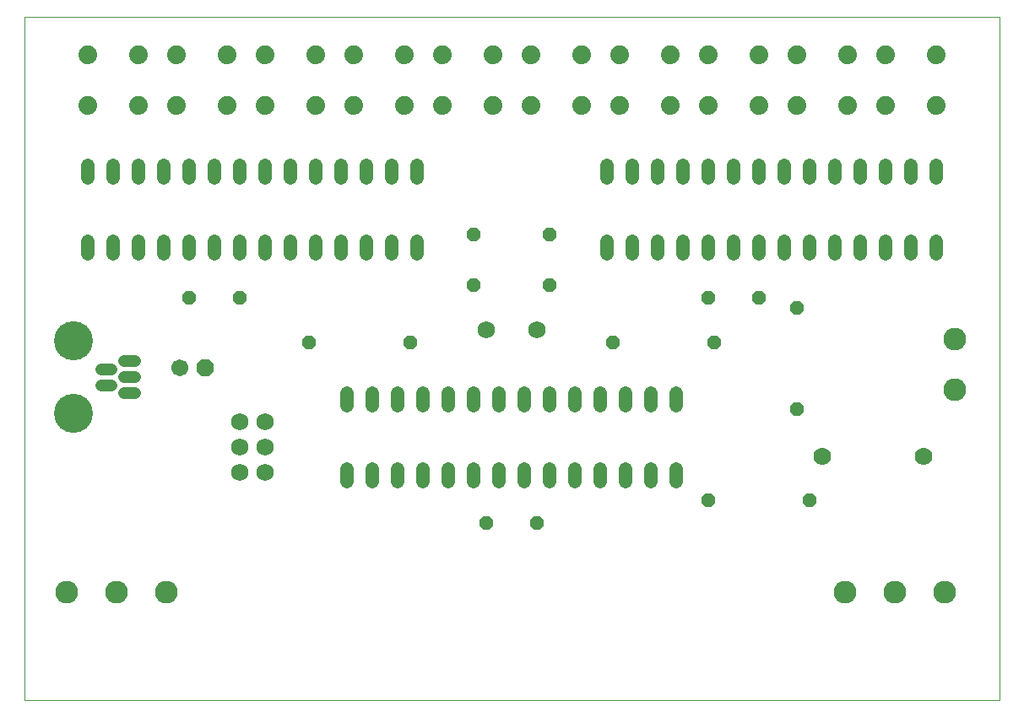
<source format=gbs>
G75*
%MOIN*%
%OFA0B0*%
%FSLAX24Y24*%
%IPPOS*%
%LPD*%
%AMOC8*
5,1,8,0,0,1.08239X$1,22.5*
%
%ADD10C,0.0000*%
%ADD11C,0.0520*%
%ADD12OC8,0.0520*%
%ADD13C,0.1540*%
%ADD14C,0.0453*%
%ADD15C,0.0900*%
%ADD16C,0.0690*%
%ADD17C,0.0740*%
%ADD18C,0.0680*%
%ADD19OC8,0.0670*%
%ADD20C,0.0670*%
%ADD21C,0.0700*%
D10*
X000675Y000675D02*
X039175Y000675D01*
X039175Y027675D01*
X000675Y027675D01*
X000675Y000675D01*
D11*
X013425Y009310D02*
X013425Y009790D01*
X014425Y009790D02*
X014425Y009310D01*
X015425Y009310D02*
X015425Y009790D01*
X016425Y009790D02*
X016425Y009310D01*
X017425Y009310D02*
X017425Y009790D01*
X018425Y009790D02*
X018425Y009310D01*
X019425Y009310D02*
X019425Y009790D01*
X020425Y009790D02*
X020425Y009310D01*
X021425Y009310D02*
X021425Y009790D01*
X022425Y009790D02*
X022425Y009310D01*
X023425Y009310D02*
X023425Y009790D01*
X024425Y009790D02*
X024425Y009310D01*
X025425Y009310D02*
X025425Y009790D01*
X026425Y009790D02*
X026425Y009310D01*
X026425Y012310D02*
X026425Y012790D01*
X025425Y012790D02*
X025425Y012310D01*
X024425Y012310D02*
X024425Y012790D01*
X023425Y012790D02*
X023425Y012310D01*
X022425Y012310D02*
X022425Y012790D01*
X021425Y012790D02*
X021425Y012310D01*
X020425Y012310D02*
X020425Y012790D01*
X019425Y012790D02*
X019425Y012310D01*
X018425Y012310D02*
X018425Y012790D01*
X017425Y012790D02*
X017425Y012310D01*
X016425Y012310D02*
X016425Y012790D01*
X015425Y012790D02*
X015425Y012310D01*
X014425Y012310D02*
X014425Y012790D01*
X013425Y012790D02*
X013425Y012310D01*
X013175Y018310D02*
X013175Y018790D01*
X014175Y018790D02*
X014175Y018310D01*
X015175Y018310D02*
X015175Y018790D01*
X016175Y018790D02*
X016175Y018310D01*
X012175Y018310D02*
X012175Y018790D01*
X011175Y018790D02*
X011175Y018310D01*
X010175Y018310D02*
X010175Y018790D01*
X009175Y018790D02*
X009175Y018310D01*
X008175Y018310D02*
X008175Y018790D01*
X007175Y018790D02*
X007175Y018310D01*
X006175Y018310D02*
X006175Y018790D01*
X005175Y018790D02*
X005175Y018310D01*
X004175Y018310D02*
X004175Y018790D01*
X003175Y018790D02*
X003175Y018310D01*
X003175Y021310D02*
X003175Y021790D01*
X004175Y021790D02*
X004175Y021310D01*
X005175Y021310D02*
X005175Y021790D01*
X006175Y021790D02*
X006175Y021310D01*
X007175Y021310D02*
X007175Y021790D01*
X008175Y021790D02*
X008175Y021310D01*
X009175Y021310D02*
X009175Y021790D01*
X010175Y021790D02*
X010175Y021310D01*
X011175Y021310D02*
X011175Y021790D01*
X012175Y021790D02*
X012175Y021310D01*
X013175Y021310D02*
X013175Y021790D01*
X014175Y021790D02*
X014175Y021310D01*
X015175Y021310D02*
X015175Y021790D01*
X016175Y021790D02*
X016175Y021310D01*
X023675Y021310D02*
X023675Y021790D01*
X024675Y021790D02*
X024675Y021310D01*
X025675Y021310D02*
X025675Y021790D01*
X026675Y021790D02*
X026675Y021310D01*
X027675Y021310D02*
X027675Y021790D01*
X028675Y021790D02*
X028675Y021310D01*
X029675Y021310D02*
X029675Y021790D01*
X030675Y021790D02*
X030675Y021310D01*
X031675Y021310D02*
X031675Y021790D01*
X032675Y021790D02*
X032675Y021310D01*
X033675Y021310D02*
X033675Y021790D01*
X034675Y021790D02*
X034675Y021310D01*
X035675Y021310D02*
X035675Y021790D01*
X036675Y021790D02*
X036675Y021310D01*
X036675Y018790D02*
X036675Y018310D01*
X035675Y018310D02*
X035675Y018790D01*
X034675Y018790D02*
X034675Y018310D01*
X033675Y018310D02*
X033675Y018790D01*
X032675Y018790D02*
X032675Y018310D01*
X031675Y018310D02*
X031675Y018790D01*
X030675Y018790D02*
X030675Y018310D01*
X029675Y018310D02*
X029675Y018790D01*
X028675Y018790D02*
X028675Y018310D01*
X027675Y018310D02*
X027675Y018790D01*
X026675Y018790D02*
X026675Y018310D01*
X025675Y018310D02*
X025675Y018790D01*
X024675Y018790D02*
X024675Y018310D01*
X023675Y018310D02*
X023675Y018790D01*
D12*
X021425Y019050D03*
X021425Y017050D03*
X018425Y017050D03*
X018425Y019050D03*
X015925Y014800D03*
X011925Y014800D03*
X009175Y016550D03*
X007175Y016550D03*
X018925Y007675D03*
X020925Y007675D03*
X027675Y008550D03*
X031675Y008550D03*
X031175Y012175D03*
X027925Y014800D03*
X027675Y016550D03*
X029675Y016550D03*
X031175Y016175D03*
X023925Y014800D03*
D13*
X002599Y014862D03*
X002599Y011988D03*
D14*
X003702Y013110D02*
X004115Y013110D01*
X004627Y012795D02*
X005040Y012795D01*
X005040Y013425D02*
X004627Y013425D01*
X004115Y013740D02*
X003702Y013740D01*
X004627Y014055D02*
X005040Y014055D01*
D15*
X004300Y004925D03*
X002331Y004925D03*
X006269Y004925D03*
X033081Y004925D03*
X035050Y004925D03*
X037019Y004925D03*
X037425Y012925D03*
X037425Y014925D03*
D16*
X020925Y015300D03*
X018925Y015300D03*
D17*
X019175Y024175D03*
X020675Y024175D03*
X022675Y024175D03*
X024175Y024175D03*
X026175Y024175D03*
X027675Y024175D03*
X029675Y024175D03*
X031175Y024175D03*
X033175Y024175D03*
X034675Y024175D03*
X036675Y024175D03*
X036675Y026175D03*
X034675Y026175D03*
X033175Y026175D03*
X031175Y026175D03*
X029675Y026175D03*
X027675Y026175D03*
X026175Y026175D03*
X024175Y026175D03*
X022675Y026175D03*
X020675Y026175D03*
X019175Y026175D03*
X017175Y026175D03*
X015675Y026175D03*
X013675Y026175D03*
X012175Y026175D03*
X010175Y026175D03*
X008675Y026175D03*
X006675Y026175D03*
X005175Y026175D03*
X003175Y026175D03*
X003175Y024175D03*
X005175Y024175D03*
X006675Y024175D03*
X008675Y024175D03*
X010175Y024175D03*
X012175Y024175D03*
X013675Y024175D03*
X015675Y024175D03*
X017175Y024175D03*
D18*
X010175Y011675D03*
X009175Y011675D03*
X009175Y010675D03*
X010175Y010675D03*
X010175Y009675D03*
X009175Y009675D03*
D19*
X007800Y013800D03*
D20*
X006800Y013800D03*
D21*
X032175Y010300D03*
X036175Y010300D03*
M02*

</source>
